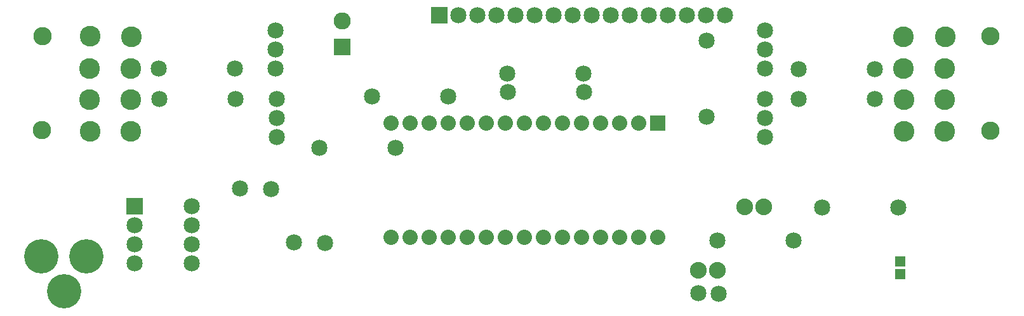
<source format=gts>
G04 MADE WITH FRITZING*
G04 WWW.FRITZING.ORG*
G04 DOUBLE SIDED*
G04 HOLES PLATED*
G04 CONTOUR ON CENTER OF CONTOUR VECTOR*
%ASAXBY*%
%FSLAX23Y23*%
%MOIN*%
%OFA0B0*%
%SFA1.0B1.0*%
%ADD10C,0.085000*%
%ADD11C,0.096614*%
%ADD12C,0.109055*%
%ADD13C,0.080000*%
%ADD14C,0.090000*%
%ADD15C,0.088000*%
%ADD16C,0.180000*%
%ADD17R,0.085000X0.085000*%
%ADD18R,0.080000X0.079972*%
%ADD19R,0.090000X0.090000*%
%ADD20R,0.053307X0.057244*%
%ADD21R,0.001000X0.001000*%
%LNMASK1*%
G90*
G70*
G54D10*
X2225Y1596D03*
X2325Y1596D03*
X2425Y1596D03*
X2525Y1596D03*
X2625Y1596D03*
X2725Y1596D03*
X2825Y1596D03*
X2925Y1596D03*
X3025Y1596D03*
X3125Y1596D03*
X3225Y1596D03*
X3325Y1596D03*
X3425Y1596D03*
X3525Y1596D03*
X3625Y1596D03*
X3725Y1596D03*
G54D11*
X138Y993D03*
X139Y1486D03*
X5118Y1489D03*
X5118Y992D03*
G54D12*
X390Y1486D03*
G54D13*
X3371Y1031D03*
X3271Y1031D03*
X3171Y1031D03*
X3071Y1031D03*
X2971Y1031D03*
X2871Y1031D03*
X2771Y1031D03*
X2671Y1031D03*
X2571Y1031D03*
X2471Y1031D03*
X2371Y1031D03*
X2271Y1031D03*
X2171Y1031D03*
X2071Y1031D03*
X1971Y1031D03*
X3371Y431D03*
X3271Y431D03*
X3171Y431D03*
X3071Y431D03*
X2971Y431D03*
X2871Y431D03*
X2771Y431D03*
X2671Y431D03*
X2571Y431D03*
X2471Y431D03*
X2371Y431D03*
X2271Y431D03*
X2171Y431D03*
X2071Y431D03*
X1971Y431D03*
G54D12*
X4878Y1319D03*
X4878Y1154D03*
G54D10*
X1365Y1316D03*
X1365Y1416D03*
X1365Y1516D03*
X1369Y1156D03*
X1369Y1056D03*
X1369Y956D03*
X3933Y1156D03*
X3933Y1056D03*
X3933Y956D03*
X3934Y1316D03*
X3934Y1416D03*
X3934Y1516D03*
X2980Y1291D03*
X2580Y1291D03*
X2985Y1195D03*
X2585Y1195D03*
X1592Y902D03*
X1992Y902D03*
X1870Y1171D03*
X2270Y1171D03*
G54D12*
X4879Y1484D03*
X606Y1484D03*
X4660Y1483D03*
X387Y1153D03*
X4662Y989D03*
X604Y987D03*
X387Y1317D03*
X4660Y1319D03*
X4664Y1153D03*
X605Y1154D03*
X603Y1319D03*
X390Y988D03*
X4878Y986D03*
G54D14*
X1712Y1432D03*
X1712Y1569D03*
G54D10*
X625Y594D03*
X925Y594D03*
X625Y494D03*
X925Y494D03*
X625Y394D03*
X925Y394D03*
X625Y294D03*
X925Y294D03*
X3627Y1464D03*
X3627Y1064D03*
X1340Y684D03*
X1623Y401D03*
X4082Y414D03*
X3682Y414D03*
X1176Y687D03*
X1459Y405D03*
X4511Y1315D03*
X4111Y1315D03*
X4511Y1157D03*
X4111Y1157D03*
X751Y1317D03*
X1151Y1317D03*
X754Y1159D03*
X1154Y1159D03*
G54D15*
X3828Y590D03*
X3928Y590D03*
G54D10*
X4235Y589D03*
X4635Y589D03*
X3689Y135D03*
X3583Y137D03*
G54D15*
X3684Y256D03*
X3584Y256D03*
G54D16*
X371Y332D03*
X135Y332D03*
X253Y147D03*
X371Y332D03*
X135Y332D03*
X253Y147D03*
G54D17*
X2224Y1597D03*
G54D18*
X3371Y1031D03*
G54D19*
X1712Y1432D03*
G54D17*
X625Y594D03*
G54D20*
X4644Y237D03*
X4644Y304D03*
G54D21*
D02*
G04 End of Mask1*
M02*
</source>
